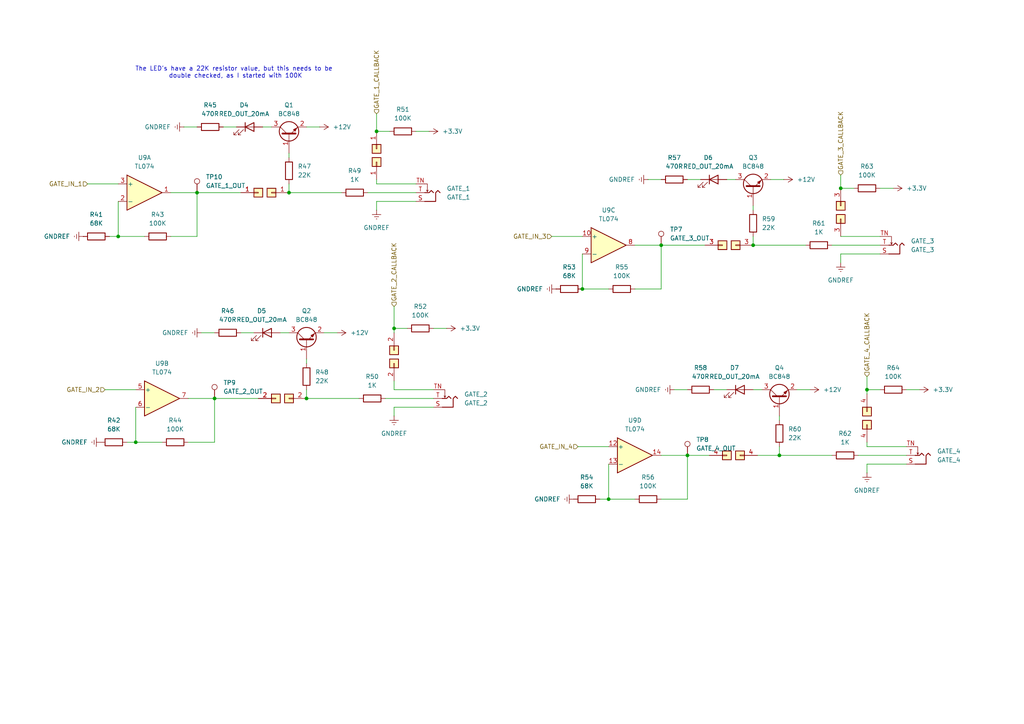
<source format=kicad_sch>
(kicad_sch (version 20231120) (generator "eeschema") (generator_version "8.0")
  (paper "A4")
  (lib_symbols
    (symbol "Amplifier_Operational:TL074" (pin_names (offset 0.127))
      (property "Reference" "U" (at 0 5.08 0))
      (property "Value" "TL074" (at 0 -5.08 0))
      (symbol "TL074_1_1"
        (polyline (pts (xy -5.08 5.08) (xy 5.08 0) (xy -5.08 -5.08) (xy -5.08 5.08)) (stroke (width 0.254)) (fill (type background)))
        (pin output line (at 7.62 0 180) (length 2.54) (name "~") (number "1"))
        (pin input line (at -7.62 -2.54 0) (length 2.54) (name "-") (number "2"))
        (pin input line (at -7.62 2.54 0) (length 2.54) (name "+") (number "3"))
      )
      (symbol "TL074_2_1"
        (polyline (pts (xy -5.08 5.08) (xy 5.08 0) (xy -5.08 -5.08) (xy -5.08 5.08)) (stroke (width 0.254)) (fill (type background)))
        (pin input line (at -7.62 2.54 0) (length 2.54) (name "+") (number "5"))
        (pin input line (at -7.62 -2.54 0) (length 2.54) (name "-") (number "6"))
        (pin output line (at 7.62 0 180) (length 2.54) (name "~") (number "7"))
      )
      (symbol "TL074_3_1"
        (polyline (pts (xy -5.08 5.08) (xy 5.08 0) (xy -5.08 -5.08) (xy -5.08 5.08)) (stroke (width 0.254)) (fill (type background)))
        (pin input line (at -7.62 2.54 0) (length 2.54) (name "+") (number "10"))
        (pin output line (at 7.62 0 180) (length 2.54) (name "~") (number "8"))
        (pin input line (at -7.62 -2.54 0) (length 2.54) (name "-") (number "9"))
      )
      (symbol "TL074_4_1"
        (polyline (pts (xy -5.08 5.08) (xy 5.08 0) (xy -5.08 -5.08) (xy -5.08 5.08)) (stroke (width 0.254)) (fill (type background)))
        (pin input line (at -7.62 2.54 0) (length 2.54) (name "+") (number "12"))
        (pin input line (at -7.62 -2.54 0) (length 2.54) (name "-") (number "13"))
        (pin output line (at 7.62 0 180) (length 2.54) (name "~") (number "14"))
      )
      (symbol "TL074_5_1"
        (pin power_in line (at -2.54 -7.62 90) (length 3.81) (name "V-") (number "11"))
        (pin power_in line (at -2.54 7.62 270) (length 3.81) (name "V+") (number "4"))
      )
    )
    (symbol "Connector:TestPoint" (pin_numbers hide) (pin_names (offset 0.762) hide)
      (property "Reference" "TP" (at 0 6.858 0))
      (property "Value" "TestPoint" (at 0 5.08 0))
      (symbol "TestPoint_0_1"
        (circle (center 0 3.302) (radius 0.762))
      )
      (symbol "TestPoint_1_1"
        (pin passive line (at 0 0 90) (length 2.54) (name "1") (number "1"))
      )
    )
    (symbol "Device:R" (pin_numbers hide) (pin_names (offset 0))
      (property "Reference" "R" (at 2.032 0 90))
      (property "Value" "R" (at 0 0 90))
      (symbol "R_0_1"
        (rectangle (start -1.016 -2.54) (end 1.016 2.54) (stroke (width 0.254)))
      )
      (symbol "R_1_1"
        (pin passive line (at 0 3.81 270) (length 1.27) (name "~") (number "1"))
        (pin passive line (at 0 -3.81 90) (length 1.27) (name "~") (number "2"))
      )
    )
    (symbol "Transistor_BJT:BC848" (pin_names (offset 0) hide)
      (property "Reference" "Q" (at 5.08 1.905 0))
      (property "Value" "BC848" (at 5.08 0 0))
      (symbol "BC848_0_1"
        (polyline (pts (xy 0.635 0.635) (xy 2.54 2.54)))
        (polyline (pts (xy 0.635 -0.635) (xy 2.54 -2.54) (xy 2.54 -2.54)))
        (polyline (pts (xy 0.635 1.905) (xy 0.635 -1.905) (xy 0.635 -1.905)) (stroke (width 0.508)))
        (polyline (pts (xy 1.27 -1.778) (xy 1.778 -1.27) (xy 2.286 -2.286) (xy 1.27 -1.778) (xy 1.27 -1.778)) (fill (type outline)))
        (circle (center 1.27 0) (radius 2.8194) (stroke (width 0.254)))
      )
      (symbol "BC848_1_1"
        (pin input line (at -5.08 0 0) (length 5.715) (name "B") (number "1"))
        (pin passive line (at 2.54 -5.08 90) (length 2.54) (name "E") (number "2"))
        (pin passive line (at 2.54 5.08 270) (length 2.54) (name "C") (number "3"))
      )
    )
    (symbol "power:+12V" (power) (pin_numbers hide) (pin_names (offset 0) hide)
      (property "Value" "+12V" (at 0 3.556 0))
      (symbol "+12V_0_1"
        (polyline (pts (xy -0.762 1.27) (xy 0 2.54)))
        (polyline (pts (xy 0 0) (xy 0 2.54)))
        (polyline (pts (xy 0 2.54) (xy 0.762 1.27)))
      )
      (symbol "+12V_1_1"
        (pin power_in line (at 0 0 90) (length 0) (name "~") (number "1"))
      )
    )
    (symbol "power:+3.3V" (power) (pin_numbers hide) (pin_names (offset 0) hide)
      (property "Value" "+3.3V" (at 0 3.556 0))
      (symbol "+3.3V_0_1"
        (polyline (pts (xy -0.762 1.27) (xy 0 2.54)))
        (polyline (pts (xy 0 0) (xy 0 2.54)))
        (polyline (pts (xy 0 2.54) (xy 0.762 1.27)))
      )
      (symbol "+3.3V_1_1"
        (pin power_in line (at 0 0 90) (length 0) (name "~") (number "1"))
      )
    )
    (symbol "power:GNDREF" (power) (pin_numbers hide) (pin_names (offset 0) hide)
      (property "Value" "GNDREF" (at 0 -3.81 0))
      (symbol "GNDREF_0_1"
        (polyline (pts (xy -0.635 -1.905) (xy 0.635 -1.905)))
        (polyline (pts (xy -0.127 -2.54) (xy 0.127 -2.54)))
        (polyline (pts (xy 0 -1.27) (xy 0 0)))
        (polyline (pts (xy 1.27 -1.27) (xy -1.27 -1.27)))
      )
      (symbol "GNDREF_1_1"
        (pin power_in line (at 0 0 270) (length 0) (name "~") (number "1"))
      )
    )
    (symbol "synth:AudioJack_Mono_3.5mm"
      (property "Reference" "J" (at 0 8.89 0))
      (property "Value" "AudioJack_Mono_3.5mm" (at 0 6.35 0))
      (symbol "AudioJack_Mono_3.5mm_0_1"
        (polyline (pts (xy 1.778 -0.254) (xy 2.032 -0.762)))
        (polyline (pts (xy 0 0) (xy 0.635 -0.635) (xy 1.27 0) (xy 2.54 0)) (stroke (width 0.254)))
        (polyline (pts (xy 2.54 -2.54) (xy 1.778 -2.54) (xy 1.778 -0.254) (xy 1.524 -0.762)))
        (polyline (pts (xy 2.54 2.54) (xy -0.635 2.54) (xy -0.635 0) (xy -1.27 -0.635) (xy -1.905 0)) (stroke (width 0.254)))
      )
      (symbol "AudioJack_Mono_3.5mm_1_1"
        (pin passive line (at 5.08 2.54 180) (length 2.54) (name "~") (number "S"))
        (pin passive line (at 5.08 0 180) (length 2.54) (name "~") (number "T"))
        (pin passive line (at 5.08 -2.54 180) (length 2.54) (name "~") (number "TN"))
      )
    )
    (symbol "synth:LED (3mm)" (pin_numbers hide) (pin_names (offset 1.016) hide)
      (property "Reference" "D" (at 0 2.54 0))
      (property "Value" "LED" (at 0 -2.54 0))
      (symbol "LED (3mm)_0_1"
        (polyline (pts (xy -1.27 -1.27) (xy -1.27 1.27)) (stroke (width 0.254)))
        (polyline (pts (xy -1.27 0) (xy 1.27 0)))
        (polyline (pts (xy 1.27 -1.27) (xy 1.27 1.27) (xy -1.27 0) (xy 1.27 -1.27)) (stroke (width 0.254)))
        (polyline (pts (xy -3.048 -0.762) (xy -4.572 -2.286) (xy -3.81 -2.286) (xy -4.572 -2.286) (xy -4.572 -1.524)))
        (polyline (pts (xy -1.778 -0.762) (xy -3.302 -2.286) (xy -2.54 -2.286) (xy -3.302 -2.286) (xy -3.302 -1.524)))
      )
      (symbol "LED (3mm)_1_1"
        (pin passive line (at -3.81 0 0) (length 2.54) (name "K") (number "1"))
        (pin passive line (at 3.81 0 180) (length 2.54) (name "A") (number "2"))
      )
    )
    (symbol "synth:PinHeader_01x04" (pin_names (offset 1.016) hide)
      (property "Reference" "H" (at 0 2.54 0))
      (property "Value" "PinHeader_01x04" (at 0 -2.54 0))
      (symbol "PinHeader_01x04_1_1"
        (rectangle (start -1.27 0.127) (end 0 -0.127) (stroke (width 0.1524)))
        (rectangle (start -1.27 1.27) (end 1.27 -1.27) (stroke (width 0.254)) (fill (type background)))
        (pin passive line (at -5.08 0 0) (length 3.81) (name "Pin_1") (number "1"))
      )
      (symbol "PinHeader_01x04_2_1"
        (rectangle (start -1.27 0.127) (end 0 -0.127) (stroke (width 0.1524)))
        (rectangle (start -1.27 1.27) (end 1.27 -1.27) (stroke (width 0.254)) (fill (type background)))
        (pin passive line (at -5.08 0 0) (length 3.81) (name "Pin_2") (number "2"))
      )
      (symbol "PinHeader_01x04_3_1"
        (rectangle (start -1.27 0.127) (end 0 -0.127) (stroke (width 0.1524)))
        (rectangle (start -1.27 1.27) (end 1.27 -1.27) (stroke (width 0.254)) (fill (type background)))
        (pin passive line (at -5.08 0 0) (length 3.81) (name "Pin_3") (number "3"))
      )
      (symbol "PinHeader_01x04_4_1"
        (rectangle (start -1.27 0.127) (end 0 -0.127) (stroke (width 0.1524)))
        (rectangle (start -1.27 1.27) (end 1.27 -1.27) (stroke (width 0.254)) (fill (type background)))
        (pin passive line (at -5.08 0 0) (length 3.81) (name "Pin_4") (number "4"))
      )
    )
    (symbol "synth:PinSocket_01x04" (pin_names (offset 1.016) hide)
      (property "Reference" "H" (at 0 2.54 0))
      (property "Value" "PinSocket_01x04" (at 0 -2.54 0))
      (symbol "PinSocket_01x04_1_1"
        (rectangle (start -1.27 0.127) (end 0 -0.127) (stroke (width 0.1524)))
        (rectangle (start -1.27 1.27) (end 1.27 -1.27) (stroke (width 0.254)) (fill (type background)))
        (pin passive line (at -5.08 0 0) (length 3.81) (name "Pin_1") (number "1"))
      )
      (symbol "PinSocket_01x04_2_1"
        (rectangle (start -1.27 0.127) (end 0 -0.127) (stroke (width 0.1524)))
        (rectangle (start -1.27 1.27) (end 1.27 -1.27) (stroke (width 0.254)) (fill (type background)))
        (pin passive line (at -5.08 0 0) (length 3.81) (name "Pin_2") (number "2"))
      )
      (symbol "PinSocket_01x04_3_1"
        (rectangle (start -1.27 0.127) (end 0 -0.127) (stroke (width 0.1524)))
        (rectangle (start -1.27 1.27) (end 1.27 -1.27) (stroke (width 0.254)) (fill (type background)))
        (pin passive line (at -5.08 0 0) (length 3.81) (name "Pin_3") (number "3"))
      )
      (symbol "PinSocket_01x04_4_1"
        (rectangle (start -1.27 0.127) (end 0 -0.127) (stroke (width 0.1524)))
        (rectangle (start -1.27 1.27) (end 1.27 -1.27) (stroke (width 0.254)) (fill (type background)))
        (pin passive line (at -5.08 0 0) (length 3.81) (name "Pin_4") (number "4"))
      )
    )
  )
  (junction (at 57.15 55.88))
  (junction (at 34.29 68.58))
  (junction (at 88.9 115.57))
  (junction (at 168.91 83.82))
  (junction (at 243.84 54.61))
  (junction (at 176.53 144.78))
  (junction (at 39.37 128.27))
  (junction (at 109.22 38.1))
  (junction (at 83.82 55.88))
  (junction (at 199.39 132.08))
  (junction (at 191.77 71.12))
  (junction (at 218.44 71.12))
  (junction (at 251.46 113.03))
  (junction (at 226.06 132.08))
  (junction (at 114.3 95.25))
  (junction (at 62.23 115.57))
  (wire (pts (xy 191.77 132.08) (xy 199.39 132.08)))
  (wire (pts (xy 83.82 53.34) (xy 83.82 55.88)))
  (wire (pts (xy 106.68 55.88) (xy 120.65 55.88)))
  (wire (pts (xy 199.39 113.03) (xy 195.58 113.03)))
  (wire (pts (xy 167.64 129.54) (xy 176.53 129.54)))
  (wire (pts (xy 113.03 38.1) (xy 109.22 38.1)))
  (wire (pts (xy 111.76 115.57) (xy 125.73 115.57)))
  (wire (pts (xy 248.92 132.08) (xy 262.89 132.08)))
  (wire (pts (xy 118.11 95.25) (xy 114.3 95.25)))
  (wire (pts (xy 125.73 113.03) (xy 114.3 113.03)))
  (wire (pts (xy 210.82 52.07) (xy 213.36 52.07)))
  (wire (pts (xy 227.33 52.07) (xy 223.52 52.07)))
  (wire (pts (xy 199.39 144.78) (xy 199.39 132.08)))
  (wire (pts (xy 234.95 113.03) (xy 231.14 113.03)))
  (wire (pts (xy 251.46 134.62) (xy 251.46 137.16)))
  (wire (pts (xy 173.99 144.78) (xy 176.53 144.78)))
  (wire (pts (xy 97.79 96.52) (xy 93.98 96.52)))
  (wire (pts (xy 34.29 58.42) (xy 34.29 68.58)))
  (wire (pts (xy 243.84 73.66) (xy 243.84 76.2)))
  (wire (pts (xy 184.15 83.82) (xy 191.77 83.82)))
  (wire (pts (xy 191.77 71.12) (xy 204.47 71.12)))
  (wire (pts (xy 266.7 113.03) (xy 262.89 113.03)))
  (wire (pts (xy 39.37 118.11) (xy 39.37 128.27)))
  (wire (pts (xy 262.89 134.62) (xy 251.46 134.62)))
  (wire (pts (xy 114.3 118.11) (xy 114.3 120.65)))
  (wire (pts (xy 57.15 68.58) (xy 57.15 55.88)))
  (wire (pts (xy 62.23 96.52) (xy 58.42 96.52)))
  (wire (pts (xy 241.3 71.12) (xy 255.27 71.12)))
  (wire (pts (xy 109.22 58.42) (xy 109.22 60.96)))
  (wire (pts (xy 218.44 71.12) (xy 233.68 71.12)))
  (wire (pts (xy 88.9 115.57) (xy 104.14 115.57)))
  (wire (pts (xy 251.46 113.03) (xy 251.46 114.3)))
  (wire (pts (xy 199.39 132.08) (xy 205.74 132.08)))
  (wire (pts (xy 207.01 113.03) (xy 210.82 113.03)))
  (wire (pts (xy 30.48 113.03) (xy 39.37 113.03)))
  (wire (pts (xy 191.77 144.78) (xy 199.39 144.78)))
  (wire (pts (xy 69.85 96.52) (xy 73.66 96.52)))
  (wire (pts (xy 57.15 36.83) (xy 53.34 36.83)))
  (wire (pts (xy 34.29 68.58) (xy 41.91 68.58)))
  (wire (pts (xy 36.83 128.27) (xy 39.37 128.27)))
  (wire (pts (xy 226.06 120.65) (xy 226.06 121.92)))
  (wire (pts (xy 114.3 110.49) (xy 114.3 113.03)))
  (wire (pts (xy 168.91 83.82) (xy 176.53 83.82)))
  (wire (pts (xy 62.23 115.57) (xy 74.93 115.57)))
  (wire (pts (xy 49.53 55.88) (xy 57.15 55.88)))
  (wire (pts (xy 218.44 59.69) (xy 218.44 60.96)))
  (wire (pts (xy 184.15 71.12) (xy 191.77 71.12)))
  (wire (pts (xy 120.65 58.42) (xy 109.22 58.42)))
  (wire (pts (xy 109.22 52.07) (xy 109.22 53.34)))
  (wire (pts (xy 120.65 53.34) (xy 109.22 53.34)))
  (wire (pts (xy 218.44 68.58) (xy 218.44 71.12)))
  (wire (pts (xy 114.3 95.25) (xy 114.3 96.52)))
  (wire (pts (xy 259.08 54.61) (xy 255.27 54.61)))
  (wire (pts (xy 247.65 54.61) (xy 243.84 54.61)))
  (wire (pts (xy 176.53 134.62) (xy 176.53 144.78)))
  (wire (pts (xy 88.9 113.03) (xy 88.9 115.57)))
  (wire (pts (xy 62.23 115.57) (xy 54.61 115.57)))
  (wire (pts (xy 31.75 68.58) (xy 34.29 68.58)))
  (wire (pts (xy 251.46 128.27) (xy 251.46 129.54)))
  (wire (pts (xy 81.28 96.52) (xy 83.82 96.52)))
  (wire (pts (xy 25.4 53.34) (xy 34.29 53.34)))
  (wire (pts (xy 255.27 113.03) (xy 251.46 113.03)))
  (wire (pts (xy 255.27 73.66) (xy 243.84 73.66)))
  (wire (pts (xy 251.46 109.22) (xy 251.46 113.03)))
  (wire (pts (xy 92.71 36.83) (xy 88.9 36.83)))
  (wire (pts (xy 83.82 55.88) (xy 99.06 55.88)))
  (wire (pts (xy 76.2 36.83) (xy 78.74 36.83)))
  (wire (pts (xy 160.02 68.58) (xy 168.91 68.58)))
  (wire (pts (xy 64.77 36.83) (xy 68.58 36.83)))
  (wire (pts (xy 129.54 95.25) (xy 125.73 95.25)))
  (wire (pts (xy 218.44 113.03) (xy 220.98 113.03)))
  (wire (pts (xy 54.61 128.27) (xy 62.23 128.27)))
  (wire (pts (xy 124.46 38.1) (xy 120.65 38.1)))
  (wire (pts (xy 191.77 52.07) (xy 187.96 52.07)))
  (wire (pts (xy 62.23 128.27) (xy 62.23 115.57)))
  (wire (pts (xy 114.3 88.9) (xy 114.3 95.25)))
  (wire (pts (xy 109.22 33.02) (xy 109.22 38.1)))
  (wire (pts (xy 125.73 118.11) (xy 114.3 118.11)))
  (wire (pts (xy 49.53 68.58) (xy 57.15 68.58)))
  (wire (pts (xy 255.27 68.58) (xy 243.84 68.58)))
  (wire (pts (xy 226.06 129.54) (xy 226.06 132.08)))
  (wire (pts (xy 176.53 144.78) (xy 184.15 144.78)))
  (wire (pts (xy 226.06 132.08) (xy 219.71 132.08)))
  (wire (pts (xy 39.37 128.27) (xy 46.99 128.27)))
  (wire (pts (xy 83.82 44.45) (xy 83.82 45.72)))
  (wire (pts (xy 243.84 50.8) (xy 243.84 54.61)))
  (wire (pts (xy 199.39 52.07) (xy 203.2 52.07)))
  (wire (pts (xy 168.91 73.66) (xy 168.91 83.82)))
  (wire (pts (xy 262.89 129.54) (xy 251.46 129.54)))
  (wire (pts (xy 57.15 55.88) (xy 69.85 55.88)))
  (wire (pts (xy 191.77 83.82) (xy 191.77 71.12)))
  (wire (pts (xy 88.9 104.14) (xy 88.9 105.41)))
  (wire (pts (xy 226.06 132.08) (xy 241.3 132.08)))
  (text "The LED's have a 22K resistor value, but this needs to be \ndouble checked, as I started with 100K" (at 68.326 21.082 0) (effects (font (size 1.27 1.27))))
  (hierarchical_label "GATE_2_CALLBACK" (shape input) (at 114.3 88.9 90))
  (hierarchical_label "GATE_IN_1" (shape input) (at 25.4 53.34 180))
  (hierarchical_label "GATE_4_CALLBACK" (shape input) (at 251.46 109.22 90))
  (hierarchical_label "GATE_IN_2" (shape input) (at 30.48 113.03 180))
  (hierarchical_label "GATE_IN_3" (shape input) (at 160.02 68.58 180))
  (hierarchical_label "GATE_1_CALLBACK" (shape input) (at 109.22 33.02 90))
  (hierarchical_label "GATE_IN_4" (shape input) (at 167.64 129.54 180))
  (hierarchical_label "GATE_3_CALLBACK" (shape input) (at 243.84 50.8 90))
  (symbol (lib_id "synth:PinSocket_01x04") (at 83.82 115.57 180) (unit 2)
    (property "Reference" "H13" (effects (hide yes)))
    (property "Value" "PinSocket_01x04" (effects (hide yes)))
    (property "Footprint" "Synth:PinSocket_1x04_P2.54mm_Vertical" (effects (hide yes)))
    (property "Description" "Generic connector, single row, 01x01, script generated (kicad-library-utils/schlib/autogen/connector/)" (effects (hide yes)))
  )
  (symbol (lib_id "Device:R") (at 251.46 54.61 90) (unit 1)
    (property "Reference" "R63" (at 251.46 48.26 90))
    (property "Value" "100K" (at 251.46 50.8 90))
    (property "Footprint" "Resistor_SMD:R_0805_2012Metric_Pad1.20x1.40mm_HandSolder" (effects (hide yes)))
    (property "Description" "Resistor" (effects (hide yes)))
  )
  (symbol (lib_id "Connector:TestPoint") (at 62.23 115.57 0) (unit 1) (exclude_from_sim yes) (in_bom no)
    (property "Reference" "TP9" (at 64.77 110.9979 0) (effects (justify left)))
    (property "Value" "GATE_2_OUT" (at 64.77 113.5379 0) (effects (justify left)))
    (property "Footprint" "Connector_Pin:Pin_D1.0mm_L10.0mm" (effects (hide yes)))
    (property "Description" "test point" (effects (hide yes)))
  )
  (symbol (lib_id "Device:R") (at 27.94 68.58 90) (unit 1)
    (property "Reference" "R41" (at 27.94 62.23 90))
    (property "Value" "68K" (at 27.94 64.77 90))
    (property "Footprint" "Resistor_SMD:R_0805_2012Metric_Pad1.20x1.40mm_HandSolder" (effects (hide yes)))
    (property "Description" "Resistor" (effects (hide yes)))
  )
  (symbol (lib_id "power:GNDREF") (at 251.46 137.16 0) (unit 1)
    (property "Reference" "#PWR088" (effects (hide yes)))
    (property "Value" "GNDREF" (at 251.46 142.24 0))
    (property "Description" "Power symbol creates a global label with name \"GNDREF\" , reference supply ground" (effects (hide yes)))
  )
  (symbol (lib_id "Device:R") (at 33.02 128.27 90) (unit 1)
    (property "Reference" "R42" (at 33.02 121.92 90))
    (property "Value" "68K" (at 33.02 124.46 90))
    (property "Footprint" "Resistor_SMD:R_0805_2012Metric_Pad1.20x1.40mm_HandSolder" (effects (hide yes)))
    (property "Description" "Resistor" (effects (hide yes)))
  )
  (symbol (lib_id "Device:R") (at 259.08 113.03 90) (unit 1)
    (property "Reference" "R64" (at 259.08 106.68 90))
    (property "Value" "100K" (at 259.08 109.22 90))
    (property "Footprint" "Resistor_SMD:R_0805_2012Metric_Pad1.20x1.40mm_HandSolder" (effects (hide yes)))
    (property "Description" "Resistor" (effects (hide yes)))
  )
  (symbol (lib_id "Device:R") (at 66.04 96.52 90) (unit 1)
    (property "Reference" "R46" (at 66.04 90.17 90))
    (property "Value" "470R" (at 66.04 92.71 90))
    (property "Footprint" "Resistor_SMD:R_0805_2012Metric_Pad1.20x1.40mm_HandSolder" (effects (hide yes)))
    (property "Description" "Resistor" (effects (hide yes)))
  )
  (symbol (lib_id "synth:PinSocket_01x04") (at 214.63 132.08 180) (unit 4)
    (property "Reference" "H13" (effects (hide yes)))
    (property "Value" "PinSocket_01x04" (effects (hide yes)))
    (property "Footprint" "Synth:PinSocket_1x04_P2.54mm_Vertical" (effects (hide yes)))
    (property "Description" "Generic connector, single row, 01x01, script generated (kicad-library-utils/schlib/autogen/connector/)" (effects (hide yes)))
  )
  (symbol (lib_id "synth:PinSocket_01x04") (at 251.46 119.38 270) (unit 4)
    (property "Reference" "H14" (effects (hide yes)))
    (property "Value" "PinSocket_01x04" (effects (hide yes)))
    (property "Footprint" "Synth:PinSocket_1x04_P2.54mm_Vertical" (effects (hide yes)))
    (property "Description" "Generic connector, single row, 01x01, script generated (kicad-library-utils/schlib/autogen/connector/)" (effects (hide yes)))
  )
  (symbol (lib_id "synth:AudioJack_Mono_3.5mm") (at 125.73 55.88 180) (unit 1)
    (property "Reference" "GATE_1" (at 129.54 54.6734 0) (effects (justify right)))
    (property "Value" "GATE_1" (at 129.54 57.2134 0) (effects (justify right)))
    (property "Footprint" "Synth:Jack_3.5mm_QingPu_WQP-PJ398SM_Vertical_CircularHoles" (effects (hide yes)))
    (property "Description" "Audio Jack, 2 Poles (Mono / TS), Switched T Pole (Normalling)" (effects (hide yes)))
  )
  (symbol (lib_id "Device:R") (at 116.84 38.1 90) (unit 1)
    (property "Reference" "R51" (at 116.84 31.75 90))
    (property "Value" "100K" (at 116.84 34.29 90))
    (property "Footprint" "Resistor_SMD:R_0805_2012Metric_Pad1.20x1.40mm_HandSolder" (effects (hide yes)))
    (property "Description" "Resistor" (effects (hide yes)))
  )
  (symbol (lib_id "power:GNDREF") (at 195.58 113.03 270) (unit 1)
    (property "Reference" "#PWR084" (effects (hide yes)))
    (property "Value" "GNDREF" (at 191.77 113.0299 90) (effects (justify right)))
    (property "Description" "Power symbol creates a global label with name \"GNDREF\" , reference supply ground" (effects (hide yes)))
  )
  (symbol (lib_id "synth:PinHeader_01x04") (at 251.46 123.19 90) (unit 4)
    (property "Reference" "H15" (effects (hide yes)))
    (property "Value" "PinHeader_01x04" (effects (hide yes)))
    (property "Footprint" "Synth:PinHeader_1x04_P2.54mm_Vertical" (effects (hide yes)))
    (property "Description" "Generic connector, single row, 01x01, script generated (kicad-library-utils/schlib/autogen/connector/)" (effects (hide yes)))
  )
  (symbol (lib_id "synth:AudioJack_Mono_3.5mm") (at 260.35 71.12 180) (unit 1)
    (property "Reference" "GATE_3" (at 264.16 69.9134 0) (effects (justify right)))
    (property "Value" "GATE_3" (at 264.16 72.4534 0) (effects (justify right)))
    (property "Footprint" "Synth:Jack_3.5mm_QingPu_WQP-PJ398SM_Vertical_CircularHoles" (effects (hide yes)))
    (property "Description" "Audio Jack, 2 Poles (Mono / TS), Switched T Pole (Normalling)" (effects (hide yes)))
  )
  (symbol (lib_id "Device:R") (at 245.11 132.08 90) (unit 1)
    (property "Reference" "R62" (at 245.11 125.73 90))
    (property "Value" "1K" (at 245.11 128.27 90))
    (property "Footprint" "Resistor_SMD:R_0805_2012Metric_Pad1.20x1.40mm_HandSolder" (effects (hide yes)))
    (property "Description" "Resistor" (effects (hide yes)))
  )
  (symbol (lib_id "Device:R") (at 121.92 95.25 90) (unit 1)
    (property "Reference" "R52" (at 121.92 88.9 90))
    (property "Value" "100K" (at 121.92 91.44 90))
    (property "Footprint" "Resistor_SMD:R_0805_2012Metric_Pad1.20x1.40mm_HandSolder" (effects (hide yes)))
    (property "Description" "Resistor" (effects (hide yes)))
  )
  (symbol (lib_id "synth:LED (3mm)") (at 207.01 52.07 0) (unit 1)
    (property "Reference" "D6" (at 205.4225 45.72 0))
    (property "Value" "RED_OUT_20mA" (at 205.4225 48.26 0))
    (property "Footprint" "Synth:LED_D3.0mm" (effects (hide yes)))
    (property "Description" "Light emitting diode" (effects (hide yes)))
  )
  (symbol (lib_id "synth:PinHeader_01x04") (at 243.84 63.5 90) (unit 3)
    (property "Reference" "H15" (effects (hide yes)))
    (property "Value" "PinHeader_01x04" (effects (hide yes)))
    (property "Footprint" "Synth:PinHeader_1x04_P2.54mm_Vertical" (effects (hide yes)))
    (property "Description" "Generic connector, single row, 01x01, script generated (kicad-library-utils/schlib/autogen/connector/)" (effects (hide yes)))
  )
  (symbol (lib_id "Connector:TestPoint") (at 191.77 71.12 0) (unit 1) (exclude_from_sim yes) (in_bom no)
    (property "Reference" "TP7" (at 194.31 66.5479 0) (effects (justify left)))
    (property "Value" "GATE_3_OUT" (at 194.31 69.0879 0) (effects (justify left)))
    (property "Footprint" "Connector_Pin:Pin_D1.0mm_L10.0mm" (effects (hide yes)))
    (property "Description" "test point" (effects (hide yes)))
  )
  (symbol (lib_id "Amplifier_Operational:TL074") (at 184.15 132.08 0) (unit 4)
    (property "Reference" "U9" (at 184.15 121.92 0))
    (property "Value" "TL074" (at 184.15 124.46 0))
    (property "Footprint" "Package_SO:SOIC-14_3.9x8.7mm_P1.27mm" (effects (hide yes)))
    (property "Datasheet" "http://www.ti.com/lit/ds/symlink/tl071.pdf" (effects (hide yes)))
    (property "Description" "Quad Low-Noise JFET-Input Operational Amplifiers, DIP-14/SOIC-14" (effects (hide yes)))
  )
  (symbol (lib_id "Amplifier_Operational:TL074") (at 41.91 55.88 0) (unit 1)
    (property "Reference" "U9" (at 41.91 45.72 0))
    (property "Value" "TL074" (at 41.91 48.26 0))
    (property "Footprint" "Package_SO:SOIC-14_3.9x8.7mm_P1.27mm" (effects (hide yes)))
    (property "Datasheet" "http://www.ti.com/lit/ds/symlink/tl071.pdf" (effects (hide yes)))
    (property "Description" "Quad Low-Noise JFET-Input Operational Amplifiers, DIP-14/SOIC-14" (effects (hide yes)))
  )
  (symbol (lib_id "synth:PinHeader_01x04") (at 209.55 71.12 0) (unit 3)
    (property "Reference" "H12" (effects (hide yes)))
    (property "Value" "PinHeader_01x04" (effects (hide yes)))
    (property "Footprint" "Synth:PinHeader_1x04_P2.54mm_Vertical" (effects (hide yes)))
    (property "Description" "Generic connector, single row, 01x01, script generated (kicad-library-utils/schlib/autogen/connector/)" (effects (hide yes)))
  )
  (symbol (lib_id "power:GNDREF") (at 243.84 76.2 0) (unit 1)
    (property "Reference" "#PWR087" (effects (hide yes)))
    (property "Value" "GNDREF" (at 243.84 81.28 0))
    (property "Description" "Power symbol creates a global label with name \"GNDREF\" , reference supply ground" (effects (hide yes)))
  )
  (symbol (lib_id "power:GNDREF") (at 58.42 96.52 270) (unit 1)
    (property "Reference" "#PWR074" (effects (hide yes)))
    (property "Value" "GNDREF" (at 54.61 96.5199 90) (effects (justify right)))
    (property "Description" "Power symbol creates a global label with name \"GNDREF\" , reference supply ground" (effects (hide yes)))
  )
  (symbol (lib_id "power:+12V") (at 234.95 113.03 270) (unit 1)
    (property "Reference" "#PWR086" (effects (hide yes)))
    (property "Value" "+12V" (at 238.76 113.0299 90) (effects (justify left)))
    (property "Description" "Power symbol creates a global label with name \"+12V\"" (effects (hide yes)))
  )
  (symbol (lib_id "power:GNDREF") (at 109.22 60.96 0) (unit 1)
    (property "Reference" "#PWR077" (effects (hide yes)))
    (property "Value" "GNDREF" (at 109.22 66.04 0))
    (property "Description" "Power symbol creates a global label with name \"GNDREF\" , reference supply ground" (effects (hide yes)))
  )
  (symbol (lib_id "Device:R") (at 50.8 128.27 90) (unit 1)
    (property "Reference" "R44" (at 50.8 121.92 90))
    (property "Value" "100K" (at 50.8 124.46 90))
    (property "Footprint" "Resistor_SMD:R_0805_2012Metric_Pad1.20x1.40mm_HandSolder" (effects (hide yes)))
    (property "Description" "Resistor" (effects (hide yes)))
  )
  (symbol (lib_id "synth:PinHeader_01x04") (at 210.82 132.08 0) (unit 4)
    (property "Reference" "H12" (effects (hide yes)))
    (property "Value" "PinHeader_01x04" (effects (hide yes)))
    (property "Footprint" "Synth:PinHeader_1x04_P2.54mm_Vertical" (effects (hide yes)))
    (property "Description" "Generic connector, single row, 01x01, script generated (kicad-library-utils/schlib/autogen/connector/)" (effects (hide yes)))
  )
  (symbol (lib_id "Device:R") (at 165.1 83.82 90) (unit 1)
    (property "Reference" "R53" (at 165.1 77.47 90))
    (property "Value" "68K" (at 165.1 80.01 90))
    (property "Footprint" "Resistor_SMD:R_0805_2012Metric_Pad1.20x1.40mm_HandSolder" (effects (hide yes)))
    (property "Description" "Resistor" (effects (hide yes)))
  )
  (symbol (lib_id "Device:R") (at 226.06 125.73 180) (unit 1)
    (property "Reference" "R60" (at 228.6 124.4599 0) (effects (justify right)))
    (property "Value" "22K" (at 228.6 126.9999 0) (effects (justify right)))
    (property "Footprint" "Resistor_SMD:R_0805_2012Metric_Pad1.20x1.40mm_HandSolder" (effects (hide yes)))
    (property "Description" "Resistor" (effects (hide yes)))
  )
  (symbol (lib_id "synth:LED (3mm)") (at 72.39 36.83 0) (unit 1)
    (property "Reference" "D4" (at 70.8025 30.48 0))
    (property "Value" "RED_OUT_20mA" (at 70.8025 33.02 0))
    (property "Footprint" "Synth:LED_D3.0mm" (effects (hide yes)))
    (property "Description" "Light emitting diode" (effects (hide yes)))
  )
  (symbol (lib_id "power:GNDREF") (at 24.13 68.58 270) (unit 1)
    (property "Reference" "#PWR071" (effects (hide yes)))
    (property "Value" "GNDREF" (at 20.32 68.5799 90) (effects (justify right)))
    (property "Description" "Power symbol creates a global label with name \"GNDREF\" , reference supply ground" (effects (hide yes)))
  )
  (symbol (lib_id "power:GNDREF") (at 53.34 36.83 270) (unit 1)
    (property "Reference" "#PWR073" (effects (hide yes)))
    (property "Value" "GNDREF" (at 49.53 36.8299 90) (effects (justify right)))
    (property "Description" "Power symbol creates a global label with name \"GNDREF\" , reference supply ground" (effects (hide yes)))
  )
  (symbol (lib_id "synth:AudioJack_Mono_3.5mm") (at 130.81 115.57 180) (unit 1)
    (property "Reference" "GATE_2" (at 134.62 114.3634 0) (effects (justify right)))
    (property "Value" "GATE_2" (at 134.62 116.9034 0) (effects (justify right)))
    (property "Footprint" "Synth:Jack_3.5mm_QingPu_WQP-PJ398SM_Vertical_CircularHoles" (effects (hide yes)))
    (property "Description" "Audio Jack, 2 Poles (Mono / TS), Switched T Pole (Normalling)" (effects (hide yes)))
  )
  (symbol (lib_id "Connector:TestPoint") (at 199.39 132.08 0) (unit 1) (exclude_from_sim yes) (in_bom no)
    (property "Reference" "TP8" (at 201.93 127.5079 0) (effects (justify left)))
    (property "Value" "GATE_4_OUT" (at 201.93 130.0479 0) (effects (justify left)))
    (property "Footprint" "Connector_Pin:Pin_D1.0mm_L10.0mm" (effects (hide yes)))
    (property "Description" "test point" (effects (hide yes)))
  )
  (symbol (lib_id "Amplifier_Operational:TL074") (at 46.99 115.57 0) (unit 2)
    (property "Reference" "U9" (at 46.99 105.41 0))
    (property "Value" "TL074" (at 46.99 107.95 0))
    (property "Footprint" "Package_SO:SOIC-14_3.9x8.7mm_P1.27mm" (effects (hide yes)))
    (property "Datasheet" "http://www.ti.com/lit/ds/symlink/tl071.pdf" (effects (hide yes)))
    (property "Description" "Quad Low-Noise JFET-Input Operational Amplifiers, DIP-14/SOIC-14" (effects (hide yes)))
  )
  (symbol (lib_id "Amplifier_Operational:TL074") (at 176.53 71.12 0) (unit 3)
    (property "Reference" "U9" (at 176.53 60.96 0))
    (property "Value" "TL074" (at 176.53 63.5 0))
    (property "Footprint" "Package_SO:SOIC-14_3.9x8.7mm_P1.27mm" (effects (hide yes)))
    (property "Datasheet" "http://www.ti.com/lit/ds/symlink/tl071.pdf" (effects (hide yes)))
    (property "Description" "Quad Low-Noise JFET-Input Operational Amplifiers, DIP-14/SOIC-14" (effects (hide yes)))
  )
  (symbol (lib_id "Transistor_BJT:BC848") (at 218.44 54.61 90) (unit 1)
    (property "Reference" "Q3" (at 218.44 45.72 90))
    (property "Value" "BC848" (at 218.44 48.26 90))
    (property "Footprint" "Package_TO_SOT_SMD:SOT-23" (effects (hide yes)))
    (property "Datasheet" "http://www.infineon.com/dgdl/Infineon-BC847SERIES_BC848SERIES_BC849SERIES_BC850SERIES-DS-v01_01-en.pdf?fileId=db3a304314dca389011541d4630a1657" (effects (hide yes)))
    (property "Description" "0.1A Ic, 30V Vce, NPN Transistor, SOT-23" (effects (hide yes)))
  )
  (symbol (lib_id "synth:PinHeader_01x04") (at 114.3 105.41 90) (unit 2)
    (property "Reference" "H15" (effects (hide yes)))
    (property "Value" "PinHeader_01x04" (effects (hide yes)))
    (property "Footprint" "Synth:PinHeader_1x04_P2.54mm_Vertical" (effects (hide yes)))
    (property "Description" "Generic connector, single row, 01x01, script generated (kicad-library-utils/schlib/autogen/connector/)" (effects (hide yes)))
  )
  (symbol (lib_id "synth:PinHeader_01x04") (at 80.01 115.57 0) (unit 2)
    (property "Reference" "H12" (effects (hide yes)))
    (property "Value" "PinHeader_01x04" (effects (hide yes)))
    (property "Footprint" "Synth:PinHeader_1x04_P2.54mm_Vertical" (effects (hide yes)))
    (property "Description" "Generic connector, single row, 01x01, script generated (kicad-library-utils/schlib/autogen/connector/)" (effects (hide yes)))
  )
  (symbol (lib_id "power:+12V") (at 97.79 96.52 270) (unit 1)
    (property "Reference" "#PWR076" (effects (hide yes)))
    (property "Value" "+12V" (at 101.6 96.5199 90) (effects (justify left)))
    (property "Description" "Power symbol creates a global label with name \"+12V\"" (effects (hide yes)))
  )
  (symbol (lib_id "Transistor_BJT:BC848") (at 226.06 115.57 90) (unit 1)
    (property "Reference" "Q4" (at 226.06 106.68 90))
    (property "Value" "BC848" (at 226.06 109.22 90))
    (property "Footprint" "Package_TO_SOT_SMD:SOT-23" (effects (hide yes)))
    (property "Datasheet" "http://www.infineon.com/dgdl/Infineon-BC847SERIES_BC848SERIES_BC849SERIES_BC850SERIES-DS-v01_01-en.pdf?fileId=db3a304314dca389011541d4630a1657" (effects (hide yes)))
    (property "Description" "0.1A Ic, 30V Vce, NPN Transistor, SOT-23" (effects (hide yes)))
  )
  (symbol (lib_id "power:+3.3V") (at 266.7 113.03 270) (unit 1)
    (property "Reference" "#PWR090" (effects (hide yes)))
    (property "Value" "+3.3V" (at 270.51 113.0299 90) (effects (justify left)))
    (property "Description" "Power symbol creates a global label with name \"+3.3V\"" (effects (hide yes)))
  )
  (symbol (lib_id "Transistor_BJT:BC848") (at 83.82 39.37 90) (unit 1)
    (property "Reference" "Q1" (at 83.82 30.48 90))
    (property "Value" "BC848" (at 83.82 33.02 90))
    (property "Footprint" "Package_TO_SOT_SMD:SOT-23" (effects (hide yes)))
    (property "Datasheet" "http://www.infineon.com/dgdl/Infineon-BC847SERIES_BC848SERIES_BC849SERIES_BC850SERIES-DS-v01_01-en.pdf?fileId=db3a304314dca389011541d4630a1657" (effects (hide yes)))
    (property "Description" "0.1A Ic, 30V Vce, NPN Transistor, SOT-23" (effects (hide yes)))
  )
  (symbol (lib_id "synth:PinHeader_01x04") (at 74.93 55.88 0) (unit 1)
    (property "Reference" "H12" (effects (hide yes)))
    (property "Value" "PinHeader_01x04" (effects (hide yes)))
    (property "Footprint" "Synth:PinHeader_1x04_P2.54mm_Vertical" (effects (hide yes)))
    (property "Description" "Generic connector, single row, 01x01, script generated (kicad-library-utils/schlib/autogen/connector/)" (effects (hide yes)))
  )
  (symbol (lib_id "Device:R") (at 187.96 144.78 90) (unit 1)
    (property "Reference" "R56" (at 187.96 138.43 90))
    (property "Value" "100K" (at 187.96 140.97 90))
    (property "Footprint" "Resistor_SMD:R_0805_2012Metric_Pad1.20x1.40mm_HandSolder" (effects (hide yes)))
    (property "Description" "Resistor" (effects (hide yes)))
  )
  (symbol (lib_id "synth:PinSocket_01x04") (at 109.22 43.18 270) (unit 1)
    (property "Reference" "H14" (effects (hide yes)))
    (property "Value" "PinSocket_01x04" (effects (hide yes)))
    (property "Footprint" "Synth:PinSocket_1x04_P2.54mm_Vertical" (effects (hide yes)))
    (property "Description" "Generic connector, single row, 01x01, script generated (kicad-library-utils/schlib/autogen/connector/)" (effects (hide yes)))
  )
  (symbol (lib_id "Device:R") (at 180.34 83.82 90) (unit 1)
    (property "Reference" "R55" (at 180.34 77.47 90))
    (property "Value" "100K" (at 180.34 80.01 90))
    (property "Footprint" "Resistor_SMD:R_0805_2012Metric_Pad1.20x1.40mm_HandSolder" (effects (hide yes)))
    (property "Description" "Resistor" (effects (hide yes)))
  )
  (symbol (lib_id "Device:R") (at 60.96 36.83 90) (unit 1)
    (property "Reference" "R45" (at 60.96 30.48 90))
    (property "Value" "470R" (at 60.96 33.02 90))
    (property "Footprint" "Resistor_SMD:R_0805_2012Metric_Pad1.20x1.40mm_HandSolder" (effects (hide yes)))
    (property "Description" "Resistor" (effects (hide yes)))
  )
  (symbol (lib_id "power:GNDREF") (at 161.29 83.82 270) (unit 1)
    (property "Reference" "#PWR081" (effects (hide yes)))
    (property "Value" "GNDREF" (at 157.48 83.8199 90) (effects (justify right)))
    (property "Description" "Power symbol creates a global label with name \"GNDREF\" , reference supply ground" (effects (hide yes)))
  )
  (symbol (lib_id "Device:R") (at 45.72 68.58 90) (unit 1)
    (property "Reference" "R43" (at 45.72 62.23 90))
    (property "Value" "100K" (at 45.72 64.77 90))
    (property "Footprint" "Resistor_SMD:R_0805_2012Metric_Pad1.20x1.40mm_HandSolder" (effects (hide yes)))
    (property "Description" "Resistor" (effects (hide yes)))
  )
  (symbol (lib_id "power:+12V") (at 92.71 36.83 270) (unit 1)
    (property "Reference" "#PWR075" (effects (hide yes)))
    (property "Value" "+12V" (at 96.52 36.8299 90) (effects (justify left)))
    (property "Description" "Power symbol creates a global label with name \"+12V\"" (effects (hide yes)))
  )
  (symbol (lib_id "Device:R") (at 107.95 115.57 90) (unit 1)
    (property "Reference" "R50" (at 107.95 109.22 90))
    (property "Value" "1K" (at 107.95 111.76 90))
    (property "Footprint" "Resistor_SMD:R_0805_2012Metric_Pad1.20x1.40mm_HandSolder" (effects (hide yes)))
    (property "Description" "Resistor" (effects (hide yes)))
  )
  (symbol (lib_id "power:+3.3V") (at 259.08 54.61 270) (unit 1)
    (property "Reference" "#PWR089" (effects (hide yes)))
    (property "Value" "+3.3V" (at 262.89 54.6099 90) (effects (justify left)))
    (property "Description" "Power symbol creates a global label with name \"+3.3V\"" (effects (hide yes)))
  )
  (symbol (lib_id "synth:PinHeader_01x04") (at 109.22 46.99 90) (unit 1)
    (property "Reference" "H15" (effects (hide yes)))
    (property "Value" "PinHeader_01x04" (effects (hide yes)))
    (property "Footprint" "Synth:PinHeader_1x04_P2.54mm_Vertical" (effects (hide yes)))
    (property "Description" "Generic connector, single row, 01x01, script generated (kicad-library-utils/schlib/autogen/connector/)" (effects (hide yes)))
  )
  (symbol (lib_id "power:+3.3V") (at 124.46 38.1 270) (unit 1)
    (property "Reference" "#PWR079" (effects (hide yes)))
    (property "Value" "+3.3V" (at 128.27 38.0999 90) (effects (justify left)))
    (property "Description" "Power symbol creates a global label with name \"+3.3V\"" (effects (hide yes)))
  )
  (symbol (lib_id "Transistor_BJT:BC848") (at 88.9 99.06 90) (unit 1)
    (property "Reference" "Q2" (at 88.9 90.17 90))
    (property "Value" "BC848" (at 88.9 92.71 90))
    (property "Footprint" "Package_TO_SOT_SMD:SOT-23" (effects (hide yes)))
    (property "Datasheet" "http://www.infineon.com/dgdl/Infineon-BC847SERIES_BC848SERIES_BC849SERIES_BC850SERIES-DS-v01_01-en.pdf?fileId=db3a304314dca389011541d4630a1657" (effects (hide yes)))
    (property "Description" "0.1A Ic, 30V Vce, NPN Transistor, SOT-23" (effects (hide yes)))
  )
  (symbol (lib_id "power:GNDREF") (at 29.21 128.27 270) (unit 1)
    (property "Reference" "#PWR072" (effects (hide yes)))
    (property "Value" "GNDREF" (at 25.4 128.2699 90) (effects (justify right)))
    (property "Description" "Power symbol creates a global label with name \"GNDREF\" , reference supply ground" (effects (hide yes)))
  )
  (symbol (lib_id "power:+3.3V") (at 129.54 95.25 270) (unit 1)
    (property "Reference" "#PWR080" (effects (hide yes)))
    (property "Value" "+3.3V" (at 133.35 95.2499 90) (effects (justify left)))
    (property "Description" "Power symbol creates a global label with name \"+3.3V\"" (effects (hide yes)))
  )
  (symbol (lib_id "power:GNDREF") (at 187.96 52.07 270) (unit 1)
    (property "Reference" "#PWR083" (effects (hide yes)))
    (property "Value" "GNDREF" (at 184.15 52.0699 90) (effects (justify right)))
    (property "Description" "Power symbol creates a global label with name \"GNDREF\" , reference supply ground" (effects (hide yes)))
  )
  (symbol (lib_id "Device:R") (at 237.49 71.12 90) (unit 1)
    (property "Reference" "R61" (at 237.49 64.77 90))
    (property "Value" "1K" (at 237.49 67.31 90))
    (property "Footprint" "Resistor_SMD:R_0805_2012Metric_Pad1.20x1.40mm_HandSolder" (effects (hide yes)))
    (property "Description" "Resistor" (effects (hide yes)))
  )
  (symbol (lib_id "synth:AudioJack_Mono_3.5mm") (at 267.97 132.08 180) (unit 1)
    (property "Reference" "GATE_4" (at 271.78 130.8734 0) (effects (justify right)))
    (property "Value" "GATE_4" (at 271.78 133.4134 0) (effects (justify right)))
    (property "Footprint" "Synth:Jack_3.5mm_QingPu_WQP-PJ398SM_Vertical_CircularHoles" (effects (hide yes)))
    (property "Description" "Audio Jack, 2 Poles (Mono / TS), Switched T Pole (Normalling)" (effects (hide yes)))
  )
  (symbol (lib_id "power:+12V") (at 227.33 52.07 270) (unit 1)
    (property "Reference" "#PWR085" (effects (hide yes)))
    (property "Value" "+12V" (at 231.14 52.0699 90) (effects (justify left)))
    (property "Description" "Power symbol creates a global label with name \"+12V\"" (effects (hide yes)))
  )
  (symbol (lib_id "synth:PinSocket_01x04") (at 78.74 55.88 180) (unit 1)
    (property "Reference" "H13" (effects (hide yes)))
    (property "Value" "PinSocket_01x04" (effects (hide yes)))
    (property "Footprint" "Synth:PinSocket_1x04_P2.54mm_Vertical" (effects (hide yes)))
    (property "Description" "Generic connector, single row, 01x01, script generated (kicad-library-utils/schlib/autogen/connector/)" (effects (hide yes)))
  )
  (symbol (lib_id "Device:R") (at 83.82 49.53 180) (unit 1)
    (property "Reference" "R47" (at 86.36 48.2599 0) (effects (justify right)))
    (property "Value" "22K" (at 86.36 50.7999 0) (effects (justify right)))
    (property "Footprint" "Resistor_SMD:R_0805_2012Metric_Pad1.20x1.40mm_HandSolder" (effects (hide yes)))
    (property "Description" "Resistor" (effects (hide yes)))
  )
  (symbol (lib_id "synth:LED (3mm)") (at 214.63 113.03 0) (unit 1)
    (property "Reference" "D7" (at 213.0425 106.68 0))
    (property "Value" "RED_OUT_20mA" (at 213.0425 109.22 0))
    (property "Footprint" "Synth:LED_D3.0mm" (effects (hide yes)))
    (property "Description" "Light emitting diode" (effects (hide yes)))
  )
  (symbol (lib_id "power:GNDREF") (at 114.3 120.65 0) (unit 1)
    (property "Reference" "#PWR078" (effects (hide yes)))
    (property "Value" "GNDREF" (at 114.3 125.73 0))
    (property "Description" "Power symbol creates a global label with name \"GNDREF\" , reference supply ground" (effects (hide yes)))
  )
  (symbol (lib_id "Device:R") (at 170.18 144.78 90) (unit 1)
    (property "Reference" "R54" (at 170.18 138.43 90))
    (property "Value" "68K" (at 170.18 140.97 90))
    (property "Footprint" "Resistor_SMD:R_0805_2012Metric_Pad1.20x1.40mm_HandSolder" (effects (hide yes)))
    (property "Description" "Resistor" (effects (hide yes)))
  )
  (symbol (lib_id "synth:PinSocket_01x04") (at 114.3 101.6 270) (unit 2)
    (property "Reference" "H14" (effects (hide yes)))
    (property "Value" "PinSocket_01x04" (effects (hide yes)))
    (property "Footprint" "Synth:PinSocket_1x04_P2.54mm_Vertical" (effects (hide yes)))
    (property "Description" "Generic connector, single row, 01x01, script generated (kicad-library-utils/schlib/autogen/connector/)" (effects (hide yes)))
  )
  (symbol (lib_id "Connector:TestPoint") (at 57.15 55.88 0) (unit 1) (exclude_from_sim yes) (in_bom no)
    (property "Reference" "TP10" (at 59.69 51.3079 0) (effects (justify left)))
    (property "Value" "GATE_1_OUT" (at 59.69 53.8479 0) (effects (justify left)))
    (property "Footprint" "Connector_Pin:Pin_D1.0mm_L10.0mm" (effects (hide yes)))
    (property "Description" "test point" (effects (hide yes)))
  )
  (symbol (lib_id "synth:PinSocket_01x04") (at 243.84 59.69 270) (unit 3)
    (property "Reference" "H14" (effects (hide yes)))
    (property "Value" "PinSocket_01x04" (effects (hide yes)))
    (property "Footprint" "Synth:PinSocket_1x04_P2.54mm_Vertical" (effects (hide yes)))
    (property "Description" "Generic connector, single row, 01x01, script generated (kicad-library-utils/schlib/autogen/connector/)" (effects (hide yes)))
  )
  (symbol (lib_id "power:GNDREF") (at 166.37 144.78 270) (unit 1)
    (property "Reference" "#PWR082" (effects (hide yes)))
    (property "Value" "GNDREF" (at 162.56 144.7799 90) (effects (justify right)))
    (property "Description" "Power symbol creates a global label with name \"GNDREF\" , reference supply ground" (effects (hide yes)))
  )
  (symbol (lib_id "Device:R") (at 102.87 55.88 90) (unit 1)
    (property "Reference" "R49" (at 102.87 49.53 90))
    (property "Value" "1K" (at 102.87 52.07 90))
    (property "Footprint" "Resistor_SMD:R_0805_2012Metric_Pad1.20x1.40mm_HandSolder" (effects (hide yes)))
    (property "Description" "Resistor" (effects (hide yes)))
  )
  (symbol (lib_id "Device:R") (at 203.2 113.03 90) (unit 1)
    (property "Reference" "R58" (at 203.2 106.68 90))
    (property "Value" "470R" (at 203.2 109.22 90))
    (property "Footprint" "Resistor_SMD:R_0805_2012Metric_Pad1.20x1.40mm_HandSolder" (effects (hide yes)))
    (property "Description" "Resistor" (effects (hide yes)))
  )
  (symbol (lib_id "synth:LED (3mm)") (at 77.47 96.52 0) (unit 1)
    (property "Reference" "D5" (at 75.8825 90.17 0))
    (property "Value" "RED_OUT_20mA" (at 75.8825 92.71 0))
    (property "Footprint" "Synth:LED_D3.0mm" (effects (hide yes)))
    (property "Description" "Light emitting diode" (effects (hide yes)))
  )
  (symbol (lib_id "synth:PinSocket_01x04") (at 213.36 71.12 180) (unit 3)
    (property "Reference" "H13" (effects (hide yes)))
    (property "Value" "PinSocket_01x04" (effects (hide yes)))
    (property "Footprint" "Synth:PinSocket_1x04_P2.54mm_Vertical" (effects (hide yes)))
    (property "Description" "Generic connector, single row, 01x01, script generated (kicad-library-utils/schlib/autogen/connector/)" (effects (hide yes)))
  )
  (symbol (lib_id "Device:R") (at 195.58 52.07 90) (unit 1)
    (property "Reference" "R57" (at 195.58 45.72 90))
    (property "Value" "470R" (at 195.58 48.26 90))
    (property "Footprint" "Resistor_SMD:R_0805_2012Metric_Pad1.20x1.40mm_HandSolder" (effects (hide yes)))
    (property "Description" "Resistor" (effects (hide yes)))
  )
  (symbol (lib_id "Device:R") (at 88.9 109.22 180) (unit 1)
    (property "Reference" "R48" (at 91.44 107.9499 0) (effects (justify right)))
    (property "Value" "22K" (at 91.44 110.4899 0) (effects (justify right)))
    (property "Footprint" "Resistor_SMD:R_0805_2012Metric_Pad1.20x1.40mm_HandSolder" (effects (hide yes)))
    (property "Description" "Resistor" (effects (hide yes)))
  )
  (symbol (lib_id "Device:R") (at 218.44 64.77 180) (unit 1)
    (property "Reference" "R59" (at 220.98 63.4999 0) (effects (justify right)))
    (property "Value" "22K" (at 220.98 66.0399 0) (effects (justify right)))
    (property "Footprint" "Resistor_SMD:R_0805_2012Metric_Pad1.20x1.40mm_HandSolder" (effects (hide yes)))
    (property "Description" "Resistor" (effects (hide yes)))
  )
)
</source>
